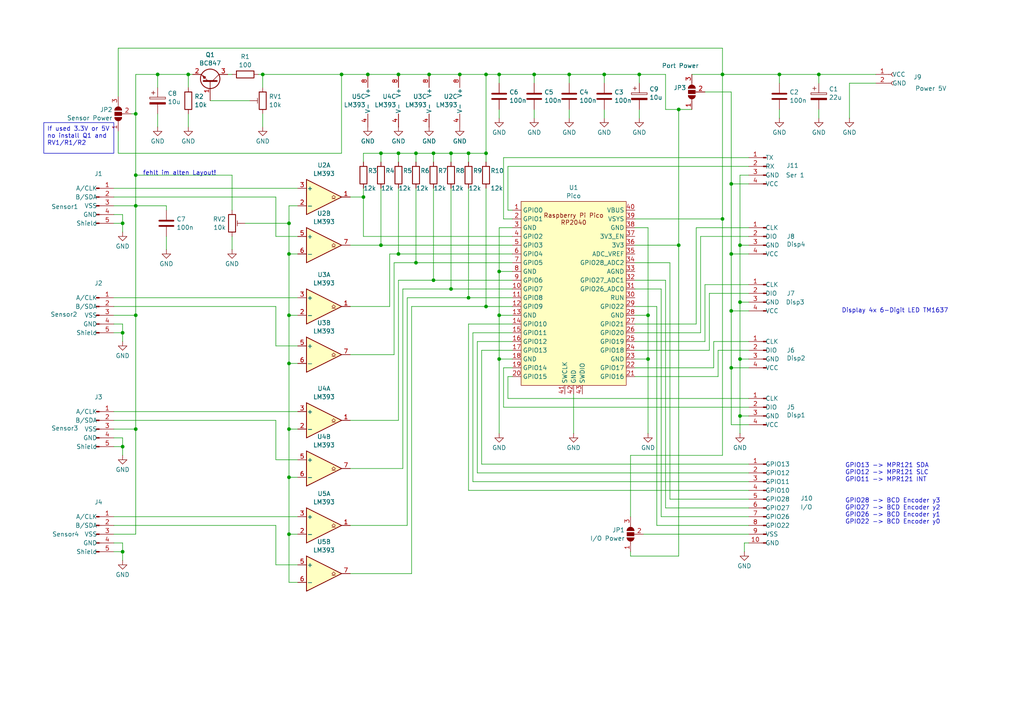
<source format=kicad_sch>
(kicad_sch (version 20231120) (generator "eeschema") (generator_version "8.0")
  (paper "A4")
  (title_block (title "DRO ") (date "2024-07-17") (rev "2.0"))
  (junction (at 39.37 124.46))
  (junction (at 144.78 91.44))
  (junction (at 196.85 71.12))
  (junction (at 144.78 21.59))
  (junction (at 83.82 138.43))
  (junction (at 125.73 81.28))
  (junction (at 133.35 21.59))
  (junction (at 83.82 64.77))
  (junction (at 175.26 21.59))
  (junction (at 39.37 33.02))
  (junction (at 226.06 21.59))
  (junction (at 35.56 96.52))
  (junction (at 39.37 50.8))
  (junction (at 120.65 76.2))
  (junction (at 144.78 104.14))
  (junction (at 45.72 21.59))
  (junction (at 35.56 129.54))
  (junction (at 140.97 44.45))
  (junction (at 35.56 64.77))
  (junction (at 39.37 91.44))
  (junction (at 120.65 44.45))
  (junction (at 212.09 90.17))
  (junction (at 214.63 71.12))
  (junction (at 125.73 44.45))
  (junction (at 154.94 21.59))
  (junction (at 214.63 120.65))
  (junction (at 76.2 21.59))
  (junction (at 106.68 21.59))
  (junction (at 212.09 73.66))
  (junction (at 83.82 91.44))
  (junction (at 187.96 91.44))
  (junction (at 105.41 57.15))
  (junction (at 187.96 104.14))
  (junction (at 99.06 21.59))
  (junction (at 130.81 83.82))
  (junction (at 35.56 160.02))
  (junction (at 124.46 21.59))
  (junction (at 115.57 73.66))
  (junction (at 54.61 21.59))
  (junction (at 135.89 44.45))
  (junction (at 209.55 21.59))
  (junction (at 237.49 21.59))
  (junction (at 212.09 53.34))
  (junction (at 209.55 63.5))
  (junction (at 214.63 104.14))
  (junction (at 196.85 31.75))
  (junction (at 165.1 21.59))
  (junction (at 212.09 106.68))
  (junction (at 110.49 71.12))
  (junction (at 185.42 21.59))
  (junction (at 83.82 73.66))
  (junction (at 135.89 86.36))
  (junction (at 140.97 21.59))
  (junction (at 83.82 105.41))
  (junction (at 110.49 44.45))
  (junction (at 140.97 88.9))
  (junction (at 144.78 78.74))
  (junction (at 115.57 21.59))
  (junction (at 214.63 87.63))
  (junction (at 130.81 44.45))
  (junction (at 83.82 154.94))
  (junction (at 115.57 44.45))
  (junction (at 39.37 59.69))
  (junction (at 83.82 124.46))
  (wire (pts (xy 139.7 134.62) (xy 217.17 134.62)))
  (wire (pts (xy 39.37 50.8) (xy 39.37 59.69)))
  (wire (pts (xy 101.6 57.15) (xy 105.41 57.15)))
  (wire (pts (xy 154.94 21.59) (xy 165.1 21.59)))
  (wire (pts (xy 99.06 44.45) (xy 99.06 21.59)))
  (wire (pts (xy 144.78 78.74) (xy 144.78 91.44)))
  (wire (pts (xy 140.97 54.61) (xy 140.97 88.9)))
  (wire (pts (xy 33.02 91.44) (xy 39.37 91.44)))
  (wire (pts (xy 130.81 54.61) (xy 130.81 83.82)))
  (wire (pts (xy 34.29 44.45) (xy 99.06 44.45)))
  (wire (pts (xy 217.17 99.06) (xy 207.01 99.06)))
  (wire (pts (xy 237.49 21.59) (xy 254 21.59)))
  (wire (pts (xy 120.65 76.2) (xy 148.59 76.2)))
  (wire (pts (xy 54.61 33.02) (xy 54.61 36.83)))
  (wire (pts (xy 217.17 73.66) (xy 212.09 73.66)))
  (wire (pts (xy 114.3 102.87) (xy 114.3 76.2)))
  (wire (pts (xy 184.15 106.68) (xy 207.01 106.68)))
  (wire (pts (xy 33.02 86.36) (xy 86.36 86.36)))
  (wire (pts (xy 48.26 60.96) (xy 48.26 59.69)))
  (wire (pts (xy 184.15 81.28) (xy 193.04 81.28)))
  (wire (pts (xy 147.32 115.57) (xy 217.17 115.57)))
  (wire (pts (xy 33.02 62.23) (xy 35.56 62.23)))
  (wire (pts (xy 254 24.13) (xy 246.38 24.13)))
  (wire (pts (xy 217.17 85.09) (xy 205.74 85.09)))
  (wire (pts (xy 120.65 54.61) (xy 120.65 76.2)))
  (wire (pts (xy 204.47 82.55) (xy 204.47 99.06)))
  (wire (pts (xy 146.05 106.68) (xy 148.59 106.68)))
  (wire (pts (xy 175.26 21.59) (xy 185.42 21.59)))
  (wire (pts (xy 120.65 44.45) (xy 125.73 44.45)))
  (wire (pts (xy 196.85 71.12) (xy 196.85 161.29)))
  (wire (pts (xy 237.49 31.75) (xy 237.49 34.29)))
  (wire (pts (xy 214.63 50.8) (xy 214.63 71.12)))
  (wire (pts (xy 184.15 83.82) (xy 191.77 83.82)))
  (wire (pts (xy 193.04 21.59) (xy 193.04 31.75)))
  (wire (pts (xy 39.37 50.8) (xy 67.31 50.8)))
  (wire (pts (xy 148.59 93.98) (xy 135.89 93.98)))
  (wire (pts (xy 166.37 114.3) (xy 166.37 125.73)))
  (wire (pts (xy 67.31 68.58) (xy 67.31 72.39)))
  (wire (pts (xy 35.56 129.54) (xy 35.56 132.08)))
  (wire (pts (xy 86.36 133.35) (xy 80.01 133.35)))
  (wire (pts (xy 45.72 21.59) (xy 54.61 21.59)))
  (wire (pts (xy 214.63 50.8) (xy 217.17 50.8)))
  (wire (pts (xy 217.17 101.6) (xy 208.28 101.6)))
  (wire (pts (xy 105.41 54.61) (xy 105.41 57.15)))
  (wire (pts (xy 140.97 44.45) (xy 140.97 46.99)))
  (wire (pts (xy 147.32 109.22) (xy 148.59 109.22)))
  (wire (pts (xy 144.78 21.59) (xy 154.94 21.59)))
  (wire (pts (xy 38.1 33.02) (xy 39.37 33.02)))
  (wire (pts (xy 207.01 99.06) (xy 207.01 106.68)))
  (wire (pts (xy 86.36 68.58) (xy 80.01 68.58)))
  (wire (pts (xy 35.56 127) (xy 35.56 129.54)))
  (wire (pts (xy 214.63 120.65) (xy 217.17 120.65)))
  (wire (pts (xy 101.6 135.89) (xy 116.84 135.89)))
  (wire (pts (xy 148.59 60.96) (xy 147.32 60.96)))
  (wire (pts (xy 124.46 21.59) (xy 133.35 21.59)))
  (wire (pts (xy 217.17 157.48) (xy 215.9 157.48)))
  (wire (pts (xy 115.57 44.45) (xy 120.65 44.45)))
  (wire (pts (xy 217.17 82.55) (xy 204.47 82.55)))
  (wire (pts (xy 184.15 109.22) (xy 208.28 109.22)))
  (wire (pts (xy 212.09 26.67) (xy 212.09 53.34)))
  (wire (pts (xy 187.96 91.44) (xy 187.96 104.14)))
  (wire (pts (xy 217.17 149.86) (xy 191.77 149.86)))
  (wire (pts (xy 196.85 31.75) (xy 193.04 31.75)))
  (wire (pts (xy 182.88 149.86) (xy 182.88 132.08)))
  (wire (pts (xy 115.57 121.92) (xy 115.57 81.28)))
  (wire (pts (xy 34.29 27.94) (xy 34.29 13.97)))
  (wire (pts (xy 101.6 121.92) (xy 115.57 121.92)))
  (wire (pts (xy 146.05 63.5) (xy 146.05 45.72)))
  (wire (pts (xy 140.97 88.9) (xy 148.59 88.9)))
  (wire (pts (xy 83.82 73.66) (xy 83.82 64.77)))
  (wire (pts (xy 184.15 101.6) (xy 205.74 101.6)))
  (wire (pts (xy 200.66 21.59) (xy 209.55 21.59)))
  (wire (pts (xy 186.69 154.94) (xy 217.17 154.94)))
  (wire (pts (xy 115.57 21.59) (xy 106.68 21.59)))
  (wire (pts (xy 140.97 21.59) (xy 140.97 44.45)))
  (wire (pts (xy 71.12 64.77) (xy 83.82 64.77)))
  (wire (pts (xy 115.57 81.28) (xy 125.73 81.28)))
  (wire (pts (xy 144.78 104.14) (xy 148.59 104.14)))
  (wire (pts (xy 184.15 93.98) (xy 201.93 93.98)))
  (wire (pts (xy 135.89 44.45) (xy 130.81 44.45)))
  (wire (pts (xy 33.02 93.98) (xy 35.56 93.98)))
  (wire (pts (xy 147.32 115.57) (xy 147.32 109.22)))
  (wire (pts (xy 83.82 138.43) (xy 83.82 154.94)))
  (wire (pts (xy 144.78 66.04) (xy 144.78 78.74)))
  (wire (pts (xy 110.49 54.61) (xy 110.49 71.12)))
  (wire (pts (xy 148.59 68.58) (xy 105.41 68.58)))
  (wire (pts (xy 110.49 44.45) (xy 105.41 44.45)))
  (wire (pts (xy 33.02 96.52) (xy 35.56 96.52)))
  (wire (pts (xy 34.29 38.1) (xy 34.29 44.45)))
  (wire (pts (xy 201.93 66.04) (xy 201.93 93.98)))
  (wire (pts (xy 105.41 68.58) (xy 105.41 57.15)))
  (wire (pts (xy 35.56 62.23) (xy 35.56 64.77)))
  (wire (pts (xy 45.72 33.02) (xy 45.72 36.83)))
  (wire (pts (xy 193.04 81.28) (xy 193.04 147.32)))
  (wire (pts (xy 33.02 127) (xy 35.56 127)))
  (wire (pts (xy 208.28 101.6) (xy 208.28 109.22)))
  (wire (pts (xy 184.15 96.52) (xy 203.2 96.52)))
  (wire (pts (xy 217.17 66.04) (xy 201.93 66.04)))
  (wire (pts (xy 76.2 21.59) (xy 76.2 25.4)))
  (wire (pts (xy 147.32 48.26) (xy 217.17 48.26)))
  (wire (pts (xy 110.49 71.12) (xy 148.59 71.12)))
  (wire (pts (xy 83.82 154.94) (xy 83.82 168.91)))
  (wire (pts (xy 119.38 166.37) (xy 119.38 88.9)))
  (wire (pts (xy 165.1 21.59) (xy 175.26 21.59)))
  (wire (pts (xy 83.82 59.69) (xy 86.36 59.69)))
  (wire (pts (xy 184.15 104.14) (xy 187.96 104.14)))
  (wire (pts (xy 135.89 93.98) (xy 135.89 142.24)))
  (wire (pts (xy 125.73 44.45) (xy 125.73 46.99)))
  (wire (pts (xy 33.02 59.69) (xy 39.37 59.69)))
  (wire (pts (xy 101.6 88.9) (xy 113.03 88.9)))
  (wire (pts (xy 118.11 152.4) (xy 118.11 86.36)))
  (wire (pts (xy 55.88 21.59) (xy 54.61 21.59)))
  (wire (pts (xy 146.05 118.11) (xy 217.17 118.11)))
  (wire (pts (xy 86.36 138.43) (xy 83.82 138.43)))
  (wire (pts (xy 99.06 21.59) (xy 106.68 21.59)))
  (wire (pts (xy 130.81 44.45) (xy 130.81 46.99)))
  (wire (pts (xy 48.26 68.58) (xy 48.26 72.39)))
  (wire (pts (xy 33.02 129.54) (xy 35.56 129.54)))
  (wire (pts (xy 217.17 123.19) (xy 212.09 123.19)))
  (wire (pts (xy 39.37 124.46) (xy 39.37 91.44)))
  (wire (pts (xy 54.61 21.59) (xy 54.61 25.4)))
  (wire (pts (xy 217.17 90.17) (xy 212.09 90.17)))
  (wire (pts (xy 144.78 31.75) (xy 144.78 34.29)))
  (wire (pts (xy 205.74 85.09) (xy 205.74 101.6)))
  (wire (pts (xy 187.96 104.14) (xy 187.96 125.73)))
  (wire (pts (xy 209.55 21.59) (xy 209.55 63.5)))
  (wire (pts (xy 133.35 21.59) (xy 140.97 21.59)))
  (wire (pts (xy 148.59 99.06) (xy 138.43 99.06)))
  (wire (pts (xy 105.41 44.45) (xy 105.41 46.99)))
  (wire (pts (xy 83.82 73.66) (xy 83.82 91.44)))
  (wire (pts (xy 135.89 54.61) (xy 135.89 86.36)))
  (wire (pts (xy 39.37 33.02) (xy 39.37 50.8)))
  (wire (pts (xy 115.57 54.61) (xy 115.57 73.66)))
  (wire (pts (xy 196.85 31.75) (xy 196.85 71.12)))
  (wire (pts (xy 138.43 137.16) (xy 217.17 137.16)))
  (wire (pts (xy 148.59 96.52) (xy 137.16 96.52)))
  (wire (pts (xy 184.15 88.9) (xy 190.5 88.9)))
  (wire (pts (xy 148.59 66.04) (xy 144.78 66.04)))
  (wire (pts (xy 182.88 160.02) (xy 182.88 161.29)))
  (wire (pts (xy 124.46 21.59) (xy 115.57 21.59)))
  (wire (pts (xy 34.29 13.97) (xy 209.55 13.97)))
  (wire (pts (xy 116.84 83.82) (xy 130.81 83.82)))
  (wire (pts (xy 118.11 86.36) (xy 135.89 86.36)))
  (wire (pts (xy 80.01 163.83) (xy 80.01 152.4)))
  (wire (pts (xy 86.36 73.66) (xy 83.82 73.66)))
  (wire (pts (xy 33.02 124.46) (xy 39.37 124.46)))
  (wire (pts (xy 184.15 66.04) (xy 187.96 66.04)))
  (wire (pts (xy 209.55 21.59) (xy 226.06 21.59)))
  (wire (pts (xy 217.17 71.12) (xy 214.63 71.12)))
  (wire (pts (xy 101.6 102.87) (xy 114.3 102.87)))
  (wire (pts (xy 226.06 21.59) (xy 226.06 24.13)))
  (wire (pts (xy 212.09 90.17) (xy 212.09 73.66)))
  (wire (pts (xy 39.37 21.59) (xy 45.72 21.59)))
  (wire (pts (xy 140.97 21.59) (xy 144.78 21.59)))
  (wire (pts (xy 214.63 104.14) (xy 217.17 104.14)))
  (wire (pts (xy 39.37 124.46) (xy 39.37 154.94)))
  (wire (pts (xy 110.49 44.45) (xy 110.49 46.99)))
  (wire (pts (xy 72.39 29.21) (xy 60.96 29.21)))
  (wire (pts (xy 39.37 59.69) (xy 48.26 59.69)))
  (wire (pts (xy 76.2 21.59) (xy 74.93 21.59)))
  (wire (pts (xy 35.56 93.98) (xy 35.56 96.52)))
  (wire (pts (xy 116.84 135.89) (xy 116.84 83.82)))
  (wire (pts (xy 190.5 88.9) (xy 190.5 152.4)))
  (wire (pts (xy 217.17 106.68) (xy 212.09 106.68)))
  (wire (pts (xy 144.78 104.14) (xy 144.78 125.73)))
  (wire (pts (xy 115.57 44.45) (xy 115.57 46.99)))
  (wire (pts (xy 33.02 154.94) (xy 39.37 154.94)))
  (wire (pts (xy 119.38 88.9) (xy 140.97 88.9)))
  (wire (pts (xy 217.17 152.4) (xy 190.5 152.4)))
  (wire (pts (xy 214.63 71.12) (xy 214.63 87.63)))
  (wire (pts (xy 67.31 60.96) (xy 67.31 50.8)))
  (wire (pts (xy 125.73 81.28) (xy 148.59 81.28)))
  (wire (pts (xy 83.82 91.44) (xy 86.36 91.44)))
  (wire (pts (xy 80.01 57.15) (xy 33.02 57.15)))
  (wire (pts (xy 35.56 157.48) (xy 35.56 160.02)))
  (wire (pts (xy 144.78 91.44) (xy 144.78 104.14)))
  (wire (pts (xy 120.65 44.45) (xy 120.65 46.99)))
  (wire (pts (xy 80.01 121.92) (xy 33.02 121.92)))
  (wire (pts (xy 175.26 31.75) (xy 175.26 34.29)))
  (wire (pts (xy 146.05 45.72) (xy 217.17 45.72)))
  (wire (pts (xy 33.02 119.38) (xy 86.36 119.38)))
  (wire (pts (xy 83.82 124.46) (xy 83.82 105.41)))
  (wire (pts (xy 86.36 168.91) (xy 83.82 168.91)))
  (wire (pts (xy 125.73 54.61) (xy 125.73 81.28)))
  (wire (pts (xy 135.89 44.45) (xy 140.97 44.45)))
  (wire (pts (xy 135.89 86.36) (xy 148.59 86.36)))
  (wire (pts (xy 83.82 64.77) (xy 83.82 59.69)))
  (wire (pts (xy 114.3 76.2) (xy 120.65 76.2)))
  (wire (pts (xy 80.01 152.4) (xy 33.02 152.4)))
  (wire (pts (xy 39.37 91.44) (xy 39.37 59.69)))
  (wire (pts (xy 115.57 73.66) (xy 148.59 73.66)))
  (wire (pts (xy 185.42 31.75) (xy 185.42 34.29)))
  (wire (pts (xy 184.15 91.44) (xy 187.96 91.44)))
  (wire (pts (xy 86.36 100.33) (xy 80.01 100.33)))
  (wire (pts (xy 144.78 91.44) (xy 148.59 91.44)))
  (wire (pts (xy 35.56 64.77) (xy 35.56 67.31)))
  (wire (pts (xy 185.42 21.59) (xy 193.04 21.59)))
  (wire (pts (xy 194.31 76.2) (xy 194.31 144.78)))
  (wire (pts (xy 135.89 142.24) (xy 217.17 142.24)))
  (wire (pts (xy 138.43 99.06) (xy 138.43 137.16)))
  (wire (pts (xy 212.09 53.34) (xy 217.17 53.34)))
  (wire (pts (xy 86.36 163.83) (xy 80.01 163.83)))
  (wire (pts (xy 66.04 21.59) (xy 67.31 21.59)))
  (wire (pts (xy 214.63 120.65) (xy 214.63 125.73)))
  (wire (pts (xy 217.17 147.32) (xy 193.04 147.32)))
  (wire (pts (xy 191.77 83.82) (xy 191.77 149.86)))
  (wire (pts (xy 135.89 46.99) (xy 135.89 44.45)))
  (wire (pts (xy 144.78 21.59) (xy 144.78 24.13)))
  (wire (pts (xy 182.88 132.08) (xy 209.55 132.08)))
  (wire (pts (xy 212.09 26.67) (xy 204.47 26.67)))
  (wire (pts (xy 35.56 96.52) (xy 35.56 99.06)))
  (wire (pts (xy 86.36 105.41) (xy 83.82 105.41)))
  (wire (pts (xy 33.02 64.77) (xy 35.56 64.77)))
  (wire (pts (xy 196.85 31.75) (xy 200.66 31.75)))
  (wire (pts (xy 101.6 166.37) (xy 119.38 166.37)))
  (wire (pts (xy 217.17 144.78) (xy 194.31 144.78)))
  (wire (pts (xy 148.59 63.5) (xy 146.05 63.5)))
  (wire (pts (xy 215.9 157.48) (xy 215.9 160.02)))
  (wire (pts (xy 125.73 44.45) (xy 130.81 44.45)))
  (wire (pts (xy 33.02 149.86) (xy 86.36 149.86)))
  (wire (pts (xy 144.78 78.74) (xy 148.59 78.74)))
  (wire (pts (xy 80.01 100.33) (xy 80.01 88.9)))
  (wire (pts (xy 182.88 161.29) (xy 196.85 161.29)))
  (wire (pts (xy 147.32 60.96) (xy 147.32 48.26)))
  (wire (pts (xy 237.49 21.59) (xy 237.49 24.13)))
  (wire (pts (xy 148.59 101.6) (xy 139.7 101.6)))
  (wire (pts (xy 214.63 104.14) (xy 214.63 120.65)))
  (wire (pts (xy 101.6 152.4) (xy 118.11 152.4)))
  (wire (pts (xy 45.72 21.59) (xy 45.72 25.4)))
  (wire (pts (xy 212.09 53.34) (xy 212.09 73.66)))
  (wire (pts (xy 83.82 124.46) (xy 83.82 138.43)))
  (wire (pts (xy 139.7 101.6) (xy 139.7 134.62)))
  (wire (pts (xy 83.82 91.44) (xy 83.82 105.41)))
  (wire (pts (xy 214.63 87.63) (xy 214.63 104.14)))
  (wire (pts (xy 154.94 31.75) (xy 154.94 34.29)))
  (wire (pts (xy 146.05 118.11) (xy 146.05 106.68)))
  (wire (pts (xy 214.63 87.63) (xy 217.17 87.63)))
  (wire (pts (xy 86.36 124.46) (xy 83.82 124.46)))
  (wire (pts (xy 115.57 73.66) (xy 113.03 73.66)))
  (wire (pts (xy 209.55 13.97) (xy 209.55 21.59)))
  (wire (pts (xy 76.2 21.59) (xy 99.06 21.59)))
  (wire (pts (xy 184.15 63.5) (xy 209.55 63.5)))
  (wire (pts (xy 217.17 139.7) (xy 137.16 139.7)))
  (wire (pts (xy 39.37 21.59) (xy 39.37 33.02)))
  (wire (pts (xy 130.81 83.82) (xy 148.59 83.82)))
  (wire (pts (xy 80.01 68.58) (xy 80.01 57.15)))
  (wire (pts (xy 86.36 154.94) (xy 83.82 154.94)))
  (wire (pts (xy 184.15 99.06) (xy 204.47 99.06)))
  (wire (pts (xy 175.26 21.59) (xy 175.26 24.13)))
  (wire (pts (xy 154.94 21.59) (xy 154.94 24.13)))
  (wire (pts (xy 203.2 68.58) (xy 203.2 96.52)))
  (wire (pts (xy 33.02 54.61) (xy 86.36 54.61)))
  (wire (pts (xy 110.49 44.45) (xy 115.57 44.45)))
  (wire (pts (xy 137.16 96.52) (xy 137.16 139.7)))
  (wire (pts (xy 237.49 21.59) (xy 226.06 21.59)))
  (wire (pts (xy 101.6 71.12) (xy 110.49 71.12)))
  (wire (pts (xy 165.1 21.59) (xy 165.1 24.13)))
  (wire (pts (xy 217.17 68.58) (xy 203.2 68.58)))
  (wire (pts (xy 212.09 123.19) (xy 212.09 106.68)))
  (wire (pts (xy 246.38 24.13) (xy 246.38 34.29)))
  (wire (pts (xy 185.42 21.59) (xy 185.42 24.13)))
  (wire (pts (xy 165.1 31.75) (xy 165.1 34.29)))
  (wire (pts (xy 80.01 88.9) (xy 33.02 88.9)))
  (wire (pts (xy 184.15 71.12) (xy 196.85 71.12)))
  (wire (pts (xy 184.15 76.2) (xy 194.31 76.2)))
  (wire (pts (xy 187.96 66.04) (xy 187.96 91.44)))
  (wire (pts (xy 209.55 63.5) (xy 209.55 132.08)))
  (wire (pts (xy 212.09 106.68) (xy 212.09 90.17)))
  (wire (pts (xy 33.02 160.02) (xy 35.56 160.02)))
  (wire (pts (xy 80.01 133.35) (xy 80.01 121.92)))
  (wire (pts (xy 33.02 157.48) (xy 35.56 157.48)))
  (wire (pts (xy 113.03 88.9) (xy 113.03 73.66)))
  (wire (pts (xy 35.56 160.02) (xy 35.56 162.56)))
  (wire (pts (xy 76.2 33.02) (xy 76.2 36.83)))
  (wire (pts (xy 226.06 31.75) (xy 226.06 34.29)))
  (text_box "If used 3.3V or 5V\nno install Q1 and RV1/R1/R2" (at 12.7 35.56 0) (size 20.32 8.89) (effects (font (size 1.27 1.27)) (justify left top)))
  (text "GPIO13 -> MPR121 SDA\nGPIO12 -> MPR121 SLC\nGPIO11 -> MPR121 INT\n\n\nGPIO28 -> BCD Encoder y3\nGPIO27 -> BCD Encoder y2\nGPIO26 -> BCD Encoder y1\nGPIO22 -> BCD Encoder y0\n" (at 245.11 143.256 0) (effects (font (size 1.27 1.27)) (justify left)))
  (text "fehlt im alten Layout!" (at 52.07 50.292 0) (effects (font (size 1.27 1.27))))
  (text "Display 4x 6-Digit LED TM1637" (at 259.588 90.17 0) (effects (font (size 1.27 1.27))))
  (symbol (lib_id "Device:C") (at 165.1 27.94 0) (unit 1)
    (property "Reference" "C4" (at 168.021 26.7279 0) (effects (justify left)))
    (property "Value" "100n" (at 168.021 29.1521 0) (effects (justify left)))
    (property "Footprint" "Capacitor_SMD:C_1206_3216Metric" (effects (hide yes)))
  )
  (symbol (lib_name "LM393_2") (lib_id "Comparator:LM393") (at 93.98 71.12 0) (unit 2)
    (property "Reference" "U2" (at 93.98 61.8957 0))
    (property "Value" "LM393" (at 93.98 64.3199 0))
    (property "Footprint" "Package_SO:SO-8_3.9x4.9mm_P1.27mm" (effects (hide yes)))
    (property "Datasheet" "http://www.ti.com/lit/ds/symlink/lm393.pdf" (effects (hide yes)))
    (property "Description" "Low-Power, Low-Offset Voltage, Dual Comparators, DIP-8/SOIC-8/TO-99-8" (effects (hide yes)))
  )
  (symbol (lib_name "LM393_8") (lib_id "Comparator:LM393") (at 93.98 166.37 0) (unit 2)
    (property "Reference" "U5" (at 93.98 157.1457 0))
    (property "Value" "LM393" (at 93.98 159.5699 0))
    (property "Footprint" "Package_SO:SO-8_3.9x4.9mm_P1.27mm" (effects (hide yes)))
    (property "Datasheet" "http://www.ti.com/lit/ds/symlink/lm393.pdf" (effects (hide yes)))
    (property "Description" "Low-Power, Low-Offset Voltage, Dual Comparators, DIP-8/SOIC-8/TO-99-8" (effects (hide yes)))
  )
  (symbol (lib_id "Device:C_Polarized") (at 185.42 27.94 0) (unit 1)
    (property "Reference" "C9" (at 188.341 25.8389 0) (effects (justify left)))
    (property "Value" "10u" (at 188.341 28.2631 0) (effects (justify left)))
    (property "Footprint" "Capacitor_SMD:C_1206_3216Metric_Pad1.33x1.80mm_HandSolder" (effects (hide yes)))
  )
  (symbol (lib_id "Jumper:SolderJumper_3_Open") (at 34.29 33.02 90) (unit 1) (exclude_from_sim yes) (in_bom no)
    (property "Reference" "JP2" (at 32.6391 31.8078 90) (effects (justify left)))
    (property "Value" "Sensor Power" (at 32.6391 34.2321 90) (effects (justify left)))
    (property "Footprint" "Jumper:SolderJumper-3_P1.3mm_Open_RoundedPad1.0x1.5mm_NumberLabels" (effects (hide yes)))
    (property "Description" "Solder Jumper, 3-pole, open" (effects (hide yes)))
  )
  (symbol (lib_id "Device:R") (at 54.61 29.21 0) (unit 1)
    (property "Reference" "R2" (at 56.388 27.9979 0) (effects (justify left)))
    (property "Value" "10k" (at 56.388 30.4221 0) (effects (justify left)))
    (property "Footprint" "Resistor_SMD:R_0805_2012Metric" (effects (hide yes)))
  )
  (symbol (lib_name "LM393_7") (lib_id "Comparator:LM393") (at 93.98 152.4 0) (unit 1)
    (property "Reference" "U5" (at 93.98 143.1757 0))
    (property "Value" "LM393" (at 93.98 145.5999 0))
    (property "Footprint" "Package_SO:SO-8_3.9x4.9mm_P1.27mm" (effects (hide yes)))
    (property "Datasheet" "http://www.ti.com/lit/ds/symlink/lm393.pdf" (effects (hide yes)))
  )
  (symbol (lib_name "GND_16") (lib_id "power:GND") (at 144.78 125.73 0) (unit 1)
    (property "Reference" "#PWR08" (effects (hide yes)))
    (property "Value" "GND" (at 144.78 129.8631 0))
    (property "Description" "Power symbol creates a global label with name \"GND\" , ground" (effects (hide yes)))
  )
  (symbol (lib_name "Conn_01x05_Pin_3") (lib_id "Connector:Conn_01x05_Pin") (at 27.94 124.46 0) (unit 1)
    (property "Reference" "J3" (at 28.575 115.1593 0))
    (property "Value" "Sensor3" (at 18.796 124.206 0))
    (property "Footprint" "Connector_JST:JST_EH_B5B-EH-A_1x05_P2.50mm_Vertical" (effects (hide yes)))
    (property "Description" "Generic connector, single row, 01x05, script generated" (effects (hide yes)))
  )
  (symbol (lib_id "Device:R") (at 115.57 50.8 0) (unit 1)
    (property "Reference" "R5" (at 116.84 49.53 0) (effects (justify left)))
    (property "Value" "12k" (at 115.57 54.61 0) (effects (justify left)))
    (property "Footprint" "Resistor_SMD:R_0805_2012Metric" (effects (hide yes)))
  )
  (symbol (lib_name "GND_22") (lib_id "power:GND") (at 237.49 34.29 0) (unit 1)
    (property "Reference" "#PWR014" (effects (hide yes)))
    (property "Value" "GND" (at 237.49 38.4231 0))
    (property "Description" "Power symbol creates a global label with name \"GND\" , ground" (effects (hide yes)))
  )
  (symbol (lib_id "Rasberry_Pico:Pico") (at 166.37 85.09 0) (unit 1)
    (property "Reference" "U1" (at 166.37 54.4025 0))
    (property "Value" "Pico" (at 166.37 56.8268 0))
    (property "Footprint" "Raspberry_Pico:RPi_Pico_SMD_TH" (effects (hide yes)))
  )
  (symbol (lib_id "Jumper:SolderJumper_3_Open") (at 200.66 26.67 90) (unit 1) (exclude_from_sim yes) (in_bom no)
    (property "Reference" "JP3" (at 199.009 25.4578 90) (effects (justify left)))
    (property "Value" "Port Power" (at 202.692 19.05 90) (effects (justify left)))
    (property "Footprint" "Jumper:SolderJumper-3_P1.3mm_Open_RoundedPad1.0x1.5mm_NumberLabels" (effects (hide yes)))
    (property "Description" "Solder Jumper, 3-pole, open" (effects (hide yes)))
  )
  (symbol (lib_name "LM393_1") (lib_id "Comparator:LM393") (at 93.98 57.15 0) (unit 1)
    (property "Reference" "U2" (at 93.98 47.9257 0))
    (property "Value" "LM393" (at 93.98 50.3499 0))
    (property "Footprint" "Package_SO:SO-8_3.9x4.9mm_P1.27mm" (effects (hide yes)))
    (property "Datasheet" "http://www.ti.com/lit/ds/symlink/lm393.pdf" (effects (hide yes)))
  )
  (symbol (lib_name "GND_13") (lib_id "power:GND") (at 154.94 34.29 0) (unit 1)
    (property "Reference" "#PWR017" (effects (hide yes)))
    (property "Value" "GND" (at 154.94 38.4231 0))
    (property "Description" "Power symbol creates a global label with name \"GND\" , ground" (effects (hide yes)))
  )
  (symbol (lib_id "Connector:Conn_01x04_Pin") (at 222.25 118.11 0) (mirror y) (unit 1)
    (property "Reference" "J5" (at 229.362 118.11 0))
    (property "Value" "Disp1" (at 230.886 120.396 0))
    (property "Footprint" "Connector_JST:JST_EH_B4B-EH-A_1x04_P2.50mm_Vertical" (effects (hide yes)))
    (property "Description" "Generic connector, single row, 01x04, script generated" (effects (hide yes)))
  )
  (symbol (lib_name "GND_4") (lib_id "power:GND") (at 35.56 162.56 0) (unit 1)
    (property "Reference" "#PWR020" (effects (hide yes)))
    (property "Value" "GND" (at 35.56 166.6931 0))
    (property "Description" "Power symbol creates a global label with name \"GND\" , ground" (effects (hide yes)))
  )
  (symbol (lib_id "Connector:Conn_01x04_Pin") (at 222.25 101.6 0) (mirror y) (unit 1)
    (property "Reference" "J6" (at 229.362 101.6 0))
    (property "Value" "Disp2" (at 230.886 103.886 0))
    (property "Footprint" "Connector_JST:JST_EH_B4B-EH-A_1x04_P2.50mm_Vertical" (effects (hide yes)))
    (property "Description" "Generic connector, single row, 01x04, script generated" (effects (hide yes)))
  )
  (symbol (lib_id "Comparator:LM393") (at 130.81 29.21 0) (mirror y) (unit 3)
    (property "Reference" "U2" (at 132.715 27.9979 0) (effects (justify left)))
    (property "Value" "LM393" (at 132.715 30.4221 0) (effects (justify left)))
    (property "Footprint" "Package_SO:SO-8_3.9x4.9mm_P1.27mm" (effects (hide yes)))
    (property "Datasheet" "http://www.ti.com/lit/ds/symlink/lm393.pdf" (effects (hide yes)))
  )
  (symbol (lib_id "Device:R_Potentiometer_Trim") (at 76.2 29.21 0) (mirror y) (unit 1)
    (property "Reference" "RV1" (at 77.9779 27.9979 0) (effects (justify right)))
    (property "Value" "10k" (at 77.9779 30.4221 0) (effects (justify right)))
    (property "Footprint" "Potentiometer_THT:Potentiometer_ACP_CA6-H2,5_Horizontal" (effects (hide yes)))
  )
  (symbol (lib_id "Device:R") (at 140.97 50.8 0) (unit 1)
    (property "Reference" "R10" (at 142.24 49.53 0) (effects (justify left)))
    (property "Value" "12k" (at 142.24 54.61 0) (effects (justify left)))
    (property "Footprint" "Resistor_SMD:R_0805_2012Metric" (effects (hide yes)))
  )
  (symbol (lib_id "Device:C") (at 48.26 64.77 0) (unit 1)
    (property "Reference" "C7" (at 51.181 63.5579 0) (effects (justify left)))
    (property "Value" "100n" (at 51.181 65.9821 0) (effects (justify left)))
    (property "Footprint" "Capacitor_SMD:C_1206_3216Metric" (effects (hide yes)))
  )
  (symbol (lib_name "Conn_01x05_Pin_2") (lib_id "Connector:Conn_01x05_Pin") (at 27.94 91.44 0) (unit 1)
    (property "Reference" "J2" (at 28.575 82.1393 0))
    (property "Value" "Sensor2" (at 18.542 91.186 0))
    (property "Footprint" "Connector_JST:JST_EH_B5B-EH-A_1x05_P2.50mm_Vertical" (effects (hide yes)))
    (property "Description" "Generic connector, single row, 01x05, script generated" (effects (hide yes)))
  )
  (symbol (lib_name "GND_5") (lib_id "power:GND") (at 48.26 72.39 0) (unit 1)
    (property "Reference" "#PWR025" (effects (hide yes)))
    (property "Value" "GND" (at 48.26 76.5231 0))
    (property "Description" "Power symbol creates a global label with name \"GND\" , ground" (effects (hide yes)))
  )
  (symbol (lib_id "Comparator:LM393") (at 113.03 29.21 0) (mirror y) (unit 3)
    (property "Reference" "U4" (at 114.935 27.9979 0) (effects (justify left)))
    (property "Value" "LM393" (at 114.935 30.4221 0) (effects (justify left)))
    (property "Footprint" "Package_SO:SO-8_3.9x4.9mm_P1.27mm" (effects (hide yes)))
    (property "Datasheet" "http://www.ti.com/lit/ds/symlink/lm393.pdf" (effects (hide yes)))
  )
  (symbol (lib_id "Device:C_Polarized") (at 237.49 27.94 0) (unit 1)
    (property "Reference" "C1" (at 240.411 25.8389 0) (effects (justify left)))
    (property "Value" "22u" (at 240.411 28.2631 0) (effects (justify left)))
    (property "Footprint" "Capacitor_SMD:C_1812_4532Metric" (effects (hide yes)))
  )
  (symbol (lib_name "GND_14") (lib_id "power:GND") (at 165.1 34.29 0) (unit 1)
    (property "Reference" "#PWR07" (effects (hide yes)))
    (property "Value" "GND" (at 165.1 38.4231 0))
    (property "Description" "Power symbol creates a global label with name \"GND\" , ground" (effects (hide yes)))
  )
  (symbol (lib_id "Connector:Conn_01x04_Pin") (at 222.25 68.58 0) (mirror y) (unit 1)
    (property "Reference" "J8" (at 229.362 68.58 0))
    (property "Value" "Disp4" (at 230.886 70.866 0))
    (property "Footprint" "Connector_JST:JST_EH_B4B-EH-A_1x04_P2.50mm_Vertical" (effects (hide yes)))
    (property "Description" "Generic connector, single row, 01x04, script generated" (effects (hide yes)))
  )
  (symbol (lib_name "GND_5") (lib_id "power:GND") (at 54.61 36.83 0) (unit 1)
    (property "Reference" "#PWR01" (effects (hide yes)))
    (property "Value" "GND" (at 54.61 40.9631 0))
    (property "Description" "Power symbol creates a global label with name \"GND\" , ground" (effects (hide yes)))
  )
  (symbol (lib_name "GND_1") (lib_id "power:GND") (at 35.56 67.31 0) (unit 1)
    (property "Reference" "#PWR04" (effects (hide yes)))
    (property "Value" "GND" (at 35.56 71.4431 0))
    (property "Description" "Power symbol creates a global label with name \"GND\" , ground" (effects (hide yes)))
  )
  (symbol (lib_id "power:GND") (at 246.38 34.29 0) (unit 1)
    (property "Reference" "#PWR015" (effects (hide yes)))
    (property "Value" "GND" (at 246.38 38.4231 0))
    (property "Description" "Power symbol creates a global label with name \"GND\" , ground" (effects (hide yes)))
  )
  (symbol (lib_name "GND_15") (lib_id "power:GND") (at 185.42 34.29 0) (unit 1)
    (property "Reference" "#PWR026" (effects (hide yes)))
    (property "Value" "GND" (at 185.42 38.4231 0))
    (property "Description" "Power symbol creates a global label with name \"GND\" , ground" (effects (hide yes)))
  )
  (symbol (lib_name "GND_7") (lib_id "power:GND") (at 67.31 72.39 0) (unit 1)
    (property "Reference" "#PWR03" (effects (hide yes)))
    (property "Value" "GND" (at 67.31 76.5231 0))
    (property "Description" "Power symbol creates a global label with name \"GND\" , ground" (effects (hide yes)))
  )
  (symbol (lib_id "Transistor_BJT:BC847") (at 60.96 24.13 270) (mirror x) (unit 1)
    (property "Reference" "Q1" (at 60.96 15.8963 90))
    (property "Value" "BC847" (at 60.96 18.3205 90))
    (property "Footprint" "Package_TO_SOT_SMD:SOT-23" (effects (hide yes)))
    (property "Datasheet" "http://www.infineon.com/dgdl/Infineon-BC847SERIES_BC848SERIES_BC849SERIES_BC850SERIES-DS-v01_01-en.pdf?fileId=db3a304314dca389011541d4630a1657" (effects (hide yes)))
    (property "Description" "0.1A Ic, 45V Vce, NPN Transistor, SOT-23" (effects (hide yes)))
  )
  (symbol (lib_name "GND_20") (lib_id "power:GND") (at 166.37 125.73 0) (unit 1)
    (property "Reference" "#PWR09" (effects (hide yes)))
    (property "Value" "GND" (at 166.37 129.8631 0))
    (property "Description" "Power symbol creates a global label with name \"GND\" , ground" (effects (hide yes)))
  )
  (symbol (lib_name "LM393_4") (lib_id "Comparator:LM393") (at 93.98 102.87 0) (unit 2)
    (property "Reference" "U3" (at 93.98 93.6457 0))
    (property "Value" "LM393" (at 93.98 96.0699 0))
    (property "Footprint" "Package_SO:SO-8_3.9x4.9mm_P1.27mm" (effects (hide yes)))
    (property "Datasheet" "http://www.ti.com/lit/ds/symlink/lm393.pdf" (effects (hide yes)))
    (property "Description" "Low-Power, Low-Offset Voltage, Dual Comparators, DIP-8/SOIC-8/TO-99-8" (effects (hide yes)))
  )
  (symbol (lib_id "Device:R") (at 130.81 50.8 0) (unit 1)
    (property "Reference" "R8" (at 132.08 49.53 0) (effects (justify left)))
    (property "Value" "12k" (at 130.81 54.61 0) (effects (justify left)))
    (property "Footprint" "Resistor_SMD:R_0805_2012Metric" (effects (hide yes)))
  )
  (symbol (lib_id "Jumper:SolderJumper_3_Open") (at 182.88 154.94 90) (unit 1) (exclude_from_sim yes) (in_bom no)
    (property "Reference" "JP1" (at 181.2291 153.7278 90) (effects (justify left)))
    (property "Value" "I/O Power" (at 181.2291 156.1521 90) (effects (justify left)))
    (property "Footprint" "Jumper:SolderJumper-3_P1.3mm_Open_RoundedPad1.0x1.5mm_NumberLabels" (effects (hide yes)))
    (property "Description" "Solder Jumper, 3-pole, open" (effects (hide yes)))
  )
  (symbol (lib_id "Connector:Conn_01x04_Pin") (at 222.25 85.09 0) (mirror y) (unit 1)
    (property "Reference" "J7" (at 229.362 85.09 0))
    (property "Value" "Disp3" (at 230.632 87.63 0))
    (property "Footprint" "Connector_JST:JST_EH_B4B-EH-A_1x04_P2.50mm_Vertical" (effects (hide yes)))
    (property "Description" "Generic connector, single row, 01x04, script generated" (effects (hide yes)))
  )
  (symbol (lib_name "GND_2") (lib_id "power:GND") (at 35.56 99.06 0) (unit 1)
    (property "Reference" "#PWR05" (effects (hide yes)))
    (property "Value" "GND" (at 35.56 103.1931 0))
    (property "Description" "Power symbol creates a global label with name \"GND\" , ground" (effects (hide yes)))
  )
  (symbol (lib_name "LM393_5") (lib_id "Comparator:LM393") (at 93.98 121.92 0) (unit 1)
    (property "Reference" "U4" (at 93.98 112.6957 0))
    (property "Value" "LM393" (at 93.98 115.1199 0))
    (property "Footprint" "Package_SO:SO-8_3.9x4.9mm_P1.27mm" (effects (hide yes)))
    (property "Datasheet" "http://www.ti.com/lit/ds/symlink/lm393.pdf" (effects (hide yes)))
  )
  (symbol (lib_id "Comparator:LM393") (at 121.92 29.21 0) (mirror y) (unit 3)
    (property "Reference" "U3" (at 123.825 27.9979 0) (effects (justify left)))
    (property "Value" "LM393" (at 123.825 30.4221 0) (effects (justify left)))
    (property "Footprint" "Package_SO:SO-8_3.9x4.9mm_P1.27mm" (effects (hide yes)))
    (property "Datasheet" "http://www.ti.com/lit/ds/symlink/lm393.pdf" (effects (hide yes)))
  )
  (symbol (lib_name "Conn_01x05_Pin_1") (lib_id "Connector:Conn_01x05_Pin") (at 27.94 59.69 0) (unit 1)
    (property "Reference" "J1" (at 28.575 50.3893 0))
    (property "Value" "Sensor1" (at 18.796 59.944 0))
    (property "Footprint" "Connector_JST:JST_EH_B5B-EH-A_1x05_P2.50mm_Vertical" (effects (hide yes)))
    (property "Description" "Generic connector, single row, 01x05, script generated" (effects (hide yes)))
  )
  (symbol (lib_id "Connector:Conn_01x02_Socket") (at 259.08 21.59 0) (unit 1)
    (property "Reference" "J9" (at 264.922 22.352 0) (effects (justify left)))
    (property "Value" "Power 5V" (at 265.43 25.654 0) (effects (justify left)))
    (property "Footprint" "TerminalBlock:TerminalBlock_bornier-2_P5.08mm" (effects (hide yes)))
  )
  (symbol (lib_name "GND_19") (lib_id "power:GND") (at 187.96 125.73 0) (unit 1)
    (property "Reference" "#PWR010" (effects (hide yes)))
    (property "Value" "GND" (at 187.96 129.8631 0))
    (property "Description" "Power symbol creates a global label with name \"GND\" , ground" (effects (hide yes)))
  )
  (symbol (lib_name "Conn_01x04_Pin_1") (lib_id "Connector:Conn_01x04_Pin") (at 222.25 48.26 0) (mirror y) (unit 1)
    (property "Reference" "J11" (at 229.87 48.006 0))
    (property "Value" "Ser 1" (at 230.632 50.8 0))
    (property "Footprint" "Connector_JST:JST_EH_B4B-EH-A_1x04_P2.50mm_Vertical" (effects (hide yes)))
    (property "Description" "Generic connector, single row, 01x04, script generated" (effects (hide yes)))
  )
  (symbol (lib_id "Device:R") (at 120.65 50.8 0) (unit 1)
    (property "Reference" "R6" (at 121.92 49.53 0) (effects (justify left)))
    (property "Value" "12k" (at 120.65 54.61 0) (effects (justify left)))
    (property "Footprint" "Resistor_SMD:R_0805_2012Metric" (effects (hide yes)))
  )
  (symbol (lib_id "Device:C") (at 144.78 27.94 0) (unit 1)
    (property "Reference" "C6" (at 147.701 26.7279 0) (effects (justify left)))
    (property "Value" "100n" (at 147.701 29.1521 0) (effects (justify left)))
    (property "Footprint" "Capacitor_SMD:C_1206_3216Metric" (effects (hide yes)))
  )
  (symbol (lib_id "Device:C_Polarized") (at 45.72 29.21 0) (unit 1)
    (property "Reference" "C8" (at 48.641 27.1089 0) (effects (justify left)))
    (property "Value" "10u" (at 48.641 29.5331 0) (effects (justify left)))
    (property "Footprint" "Capacitor_SMD:C_1206_3216Metric_Pad1.33x1.80mm_HandSolder" (effects (hide yes)))
  )
  (symbol (lib_id "Device:C") (at 154.94 27.94 0) (unit 1)
    (property "Reference" "C5" (at 157.861 26.7279 0) (effects (justify left)))
    (property "Value" "100n" (at 157.861 29.1521 0) (effects (justify left)))
    (property "Footprint" "Capacitor_SMD:C_1206_3216Metric" (effects (hide yes)))
  )
  (symbol (lib_name "GND_15") (lib_id "power:GND") (at 175.26 34.29 0) (unit 1)
    (property "Reference" "#PWR012" (effects (hide yes)))
    (property "Value" "GND" (at 175.26 38.4231 0))
    (property "Description" "Power symbol creates a global label with name \"GND\" , ground" (effects (hide yes)))
  )
  (symbol (lib_name "GND_21") (lib_id "power:GND") (at 226.06 34.29 0) (unit 1)
    (property "Reference" "#PWR013" (effects (hide yes)))
    (property "Value" "GND" (at 226.06 38.4231 0))
    (property "Description" "Power symbol creates a global label with name \"GND\" , ground" (effects (hide yes)))
  )
  (symbol (lib_id "Device:R") (at 105.41 50.8 0) (unit 1)
    (property "Reference" "R3" (at 106.68 49.53 0) (effects (justify left)))
    (property "Value" "12k" (at 105.41 54.61 0) (effects (justify left)))
    (property "Footprint" "Resistor_SMD:R_0805_2012Metric" (effects (hide yes)))
  )
  (symbol (lib_id "Connector:Conn_01x10_Pin") (at 222.25 144.78 0) (mirror y) (unit 1)
    (property "Reference" "J10" (at 232.156 144.526 0) (effects (justify right)))
    (property "Value" "I/O" (at 232.156 147.066 0) (effects (justify right)))
    (property "Footprint" "Connector_JST:JST_EH_B10B-EH-A_1x10_P2.50mm_Vertical" (effects (hide yes)))
    (property "Description" "Generic connector, single row, 01x10, script generated" (effects (hide yes)))
  )
  (symbol (lib_name "GND_10") (lib_id "power:GND") (at 124.46 36.83 0) (mirror y) (unit 1)
    (property "Reference" "#PWR018" (effects (hide yes)))
    (property "Value" "GND" (at 124.46 40.9631 0))
    (property "Description" "Power symbol creates a global label with name \"GND\" , ground" (effects (hide yes)))
  )
  (symbol (lib_id "Comparator:LM393") (at 104.14 29.21 0) (mirror y) (unit 3)
    (property "Reference" "U5" (at 106.045 27.9979 0) (effects (justify left)))
    (property "Value" "LM393" (at 106.045 30.4221 0) (effects (justify left)))
    (property "Footprint" "Package_SO:SO-8_3.9x4.9mm_P1.27mm" (effects (hide yes)))
    (property "Datasheet" "http://www.ti.com/lit/ds/symlink/lm393.pdf" (effects (hide yes)))
  )
  (symbol (lib_id "Device:C") (at 175.26 27.94 0) (unit 1)
    (property "Reference" "C3" (at 178.181 26.7279 0) (effects (justify left)))
    (property "Value" "100n" (at 178.181 29.1521 0) (effects (justify left)))
    (property "Footprint" "Capacitor_SMD:C_1206_3216Metric" (effects (hide yes)))
  )
  (symbol (lib_name "GND_12") (lib_id "power:GND") (at 144.78 34.29 0) (unit 1)
    (property "Reference" "#PWR022" (effects (hide yes)))
    (property "Value" "GND" (at 144.78 38.4231 0))
    (property "Description" "Power symbol creates a global label with name \"GND\" , ground" (effects (hide yes)))
  )
  (symbol (lib_name "GND_3") (lib_id "power:GND") (at 35.56 132.08 0) (unit 1)
    (property "Reference" "#PWR06" (effects (hide yes)))
    (property "Value" "GND" (at 35.56 136.2131 0))
    (property "Description" "Power symbol creates a global label with name \"GND\" , ground" (effects (hide yes)))
  )
  (symbol (lib_name "GND_9") (lib_id "power:GND") (at 115.57 36.83 0) (mirror y) (unit 1)
    (property "Reference" "#PWR019" (effects (hide yes)))
    (property "Value" "GND" (at 115.57 40.9631 0))
    (property "Description" "Power symbol creates a global label with name \"GND\" , ground" (effects (hide yes)))
  )
  (symbol (lib_name "GND_8") (lib_id "power:GND") (at 106.68 36.83 0) (mirror y) (unit 1)
    (property "Reference" "#PWR021" (effects (hide yes)))
    (property "Value" "GND" (at 106.68 40.9631 0))
    (property "Description" "Power symbol creates a global label with name \"GND\" , ground" (effects (hide yes)))
  )
  (symbol (lib_id "Device:C") (at 226.06 27.94 0) (unit 1)
    (property "Reference" "C2" (at 228.981 26.7279 0) (effects (justify left)))
    (property "Value" "100n" (at 228.981 29.1521 0) (effects (justify left)))
    (property "Footprint" "Capacitor_SMD:C_1206_3216Metric" (effects (hide yes)))
  )
  (symbol (lib_id "Connector:Conn_01x05_Pin") (at 27.94 154.94 0) (unit 1)
    (property "Reference" "J4" (at 28.575 145.6393 0))
    (property "Value" "Sensor4" (at 19.05 154.94 0))
    (property "Footprint" "Connector_JST:JST_EH_B5B-EH-A_1x05_P2.50mm_Vertical" (effects (hide yes)))
    (property "Description" "Generic connector, single row, 01x05, script generated" (effects (hide yes)))
  )
  (symbol (lib_id "Device:R") (at 125.73 50.8 0) (unit 1)
    (property "Reference" "R7" (at 127 49.53 0) (effects (justify left)))
    (property "Value" "12k" (at 125.73 54.61 0) (effects (justify left)))
    (property "Footprint" "Resistor_SMD:R_0805_2012Metric" (effects (hide yes)))
  )
  (symbol (lib_id "Device:R") (at 135.89 50.8 0) (unit 1)
    (property "Reference" "R9" (at 137.16 49.53 0) (effects (justify left)))
    (property "Value" "12k" (at 135.89 54.61 0) (effects (justify left)))
    (property "Footprint" "Resistor_SMD:R_0805_2012Metric" (effects (hide yes)))
  )
  (symbol (lib_name "LM393_6") (lib_id "Comparator:LM393") (at 93.98 135.89 0) (unit 2)
    (property "Reference" "U4" (at 93.98 126.6657 0))
    (property "Value" "LM393" (at 93.98 129.0899 0))
    (property "Footprint" "Package_SO:SO-8_3.9x4.9mm_P1.27mm" (effects (hide yes)))
    (property "Datasheet" "http://www.ti.com/lit/ds/symlink/lm393.pdf" (effects (hide yes)))
    (property "Description" "Low-Power, Low-Offset Voltage, Dual Comparators, DIP-8/SOIC-8/TO-99-8" (effects (hide yes)))
  )
  (symbol (lib_name "GND_6") (lib_id "power:GND") (at 76.2 36.83 0) (unit 1)
    (property "Reference" "#PWR02" (effects (hide yes)))
    (property "Value" "GND" (at 76.2 40.9631 0))
    (property "Description" "Power symbol creates a global label with name \"GND\" , ground" (effects (hide yes)))
  )
  (symbol (lib_name "GND_18") (lib_id "power:GND") (at 214.63 125.73 0) (unit 1)
    (property "Reference" "#PWR011" (effects (hide yes)))
    (property "Value" "GND" (at 214.63 129.8631 0))
    (property "Description" "Power symbol creates a global label with name \"GND\" , ground" (effects (hide yes)))
  )
  (symbol (lib_name "GND_17") (lib_id "power:GND") (at 215.9 160.02 0) (unit 1)
    (property "Reference" "#PWR023" (effects (hide yes)))
    (property "Value" "GND" (at 215.9 164.1531 0))
    (property "Description" "Power symbol creates a global label with name \"GND\" , ground" (effects (hide yes)))
  )
  (symbol (lib_id "Device:R_Potentiometer_Trim") (at 67.31 64.77 0) (unit 1)
    (property "Reference" "RV2" (at 65.532 63.5578 0) (effects (justify right)))
    (property "Value" "10k" (at 65.532 65.9821 0) (effects (justify right)))
    (property "Footprint" "Potentiometer_THT:Potentiometer_ACP_CA6-H2,5_Horizontal" (effects (hide yes)))
  )
  (symbol (lib_name "GND_5") (lib_id "power:GND") (at 45.72 36.83 0) (unit 1)
    (property "Reference" "#PWR024" (effects (hide yes)))
    (property "Value" "GND" (at 45.72 40.9631 0))
    (property "Description" "Power symbol creates a global label with name \"GND\" , ground" (effects (hide yes)))
  )
  (symbol (lib_id "Device:R") (at 71.12 21.59 90) (unit 1)
    (property "Reference" "R1" (at 71.12 16.4297 90))
    (property "Value" "100" (at 71.12 18.8539 90))
    (property "Footprint" "Resistor_SMD:R_0805_2012Metric" (effects (hide yes)))
  )
  (symbol (lib_name "LM393_3") (lib_id "Comparator:LM393") (at 93.98 88.9 0) (unit 1)
    (property "Reference" "U3" (at 93.98 79.6757 0))
    (property "Value" "LM393" (at 93.98 82.0999 0))
    (property "Footprint" "Package_SO:SO-8_3.9x4.9mm_P1.27mm" (effects (hide yes)))
    (property "Datasheet" "http://www.ti.com/lit/ds/symlink/lm393.pdf" (effects (hide yes)))
  )
  (symbol (lib_name "GND_11") (lib_id "power:GND") (at 133.35 36.83 0) (mirror y) (unit 1)
    (property "Reference" "#PWR016" (effects (hide yes)))
    (property "Value" "GND" (at 133.35 40.9631 0))
    (property "Description" "Power symbol creates a global label with name \"GND\" , ground" (effects (hide yes)))
  )
  (symbol (lib_id "Device:R") (at 110.49 50.8 0) (unit 1)
    (property "Reference" "R4" (at 111.76 49.53 0) (effects (justify left)))
    (property "Value" "12k" (at 110.49 54.61 0) (effects (justify left)))
    (property "Footprint" "Resistor_SMD:R_0805_2012Metric" (effects (hide yes)))
  )
)
</source>
